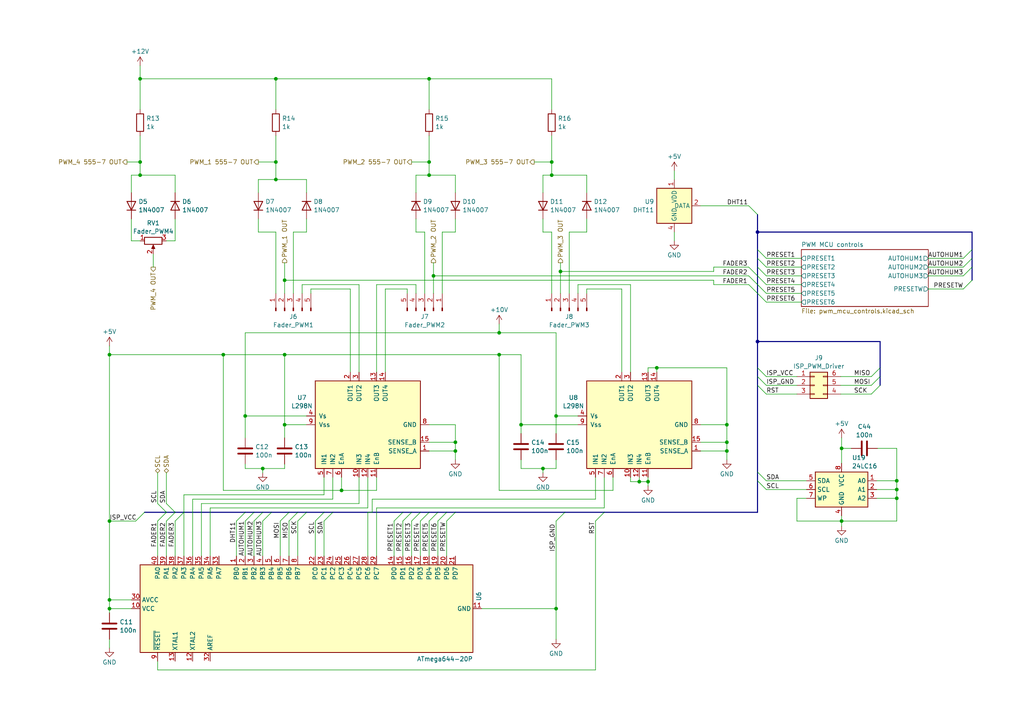
<source format=kicad_sch>
(kicad_sch (version 20231120) (generator "eeschema") (generator_version "8.0")
  (paper "A4")
  (title_block (title "Astrobox") (date "2024-04-13") (rev "2"))
  (lib_symbols
    (symbol "Connector:Conn_01x05_Pin" (pin_names (offset 1.016) hide)
      (property "Reference" "J" (at 0 7.62 0))
      (property "Value" "Conn_01x05_Pin" (at 0 -7.62 0))
      (symbol "Conn_01x05_Pin_1_1"
        (polyline (pts (xy 1.27 -5.08) (xy 0.8636 -5.08)) (stroke (width 0.1524)))
        (polyline (pts (xy 1.27 -2.54) (xy 0.8636 -2.54)) (stroke (width 0.1524)))
        (polyline (pts (xy 1.27 0) (xy 0.8636 0)) (stroke (width 0.1524)))
        (polyline (pts (xy 1.27 2.54) (xy 0.8636 2.54)) (stroke (width 0.1524)))
        (polyline (pts (xy 1.27 5.08) (xy 0.8636 5.08)) (stroke (width 0.1524)))
        (rectangle (start 0.8636 -4.953) (end 0 -5.207) (stroke (width 0.1524)) (fill (type outline)))
        (rectangle (start 0.8636 -2.413) (end 0 -2.667) (stroke (width 0.1524)) (fill (type outline)))
        (rectangle (start 0.8636 0.127) (end 0 -0.127) (stroke (width 0.1524)) (fill (type outline)))
        (rectangle (start 0.8636 2.667) (end 0 2.413) (stroke (width 0.1524)) (fill (type outline)))
        (rectangle (start 0.8636 5.207) (end 0 4.953) (stroke (width 0.1524)) (fill (type outline)))
        (pin passive line (at 5.08 5.08 180) (length 3.81) (name "Pin_1") (number "1"))
        (pin passive line (at 5.08 2.54 180) (length 3.81) (name "Pin_2") (number "2"))
        (pin passive line (at 5.08 0 180) (length 3.81) (name "Pin_3") (number "3"))
        (pin passive line (at 5.08 -2.54 180) (length 3.81) (name "Pin_4") (number "4"))
        (pin passive line (at 5.08 -5.08 180) (length 3.81) (name "Pin_5") (number "5"))
      )
    )
    (symbol "Connector_Generic:Conn_02x03_Counter_Clockwise" (pin_names (offset 1.016) hide)
      (property "Reference" "J" (at 1.27 5.08 0))
      (property "Value" "Conn_02x03_Counter_Clockwise" (at 1.27 -5.08 0))
      (symbol "Conn_02x03_Counter_Clockwise_1_1"
        (rectangle (start -1.27 -2.413) (end 0 -2.667) (stroke (width 0.1524)))
        (rectangle (start -1.27 0.127) (end 0 -0.127) (stroke (width 0.1524)))
        (rectangle (start -1.27 2.667) (end 0 2.413) (stroke (width 0.1524)))
        (rectangle (start -1.27 3.81) (end 3.81 -3.81) (stroke (width 0.254)) (fill (type background)))
        (rectangle (start 3.81 -2.413) (end 2.54 -2.667) (stroke (width 0.1524)))
        (rectangle (start 3.81 0.127) (end 2.54 -0.127) (stroke (width 0.1524)))
        (rectangle (start 3.81 2.667) (end 2.54 2.413) (stroke (width 0.1524)))
        (pin passive line (at -5.08 2.54 0) (length 3.81) (name "Pin_1") (number "1"))
        (pin passive line (at -5.08 0 0) (length 3.81) (name "Pin_2") (number "2"))
        (pin passive line (at -5.08 -2.54 0) (length 3.81) (name "Pin_3") (number "3"))
        (pin passive line (at 7.62 -2.54 180) (length 3.81) (name "Pin_4") (number "4"))
        (pin passive line (at 7.62 0 180) (length 3.81) (name "Pin_5") (number "5"))
        (pin passive line (at 7.62 2.54 180) (length 3.81) (name "Pin_6") (number "6"))
      )
    )
    (symbol "Device:C" (pin_numbers hide) (pin_names (offset 0.254))
      (property "Reference" "C" (at 0.635 2.54 0))
      (property "Value" "C" (at 0.635 -2.54 0))
      (symbol "C_0_1"
        (polyline (pts (xy -2.032 -0.762) (xy 2.032 -0.762)) (stroke (width 0.508)))
        (polyline (pts (xy -2.032 0.762) (xy 2.032 0.762)) (stroke (width 0.508)))
      )
      (symbol "C_1_1"
        (pin passive line (at 0 3.81 270) (length 2.794) (name "~") (number "1"))
        (pin passive line (at 0 -3.81 90) (length 2.794) (name "~") (number "2"))
      )
    )
    (symbol "Device:R" (pin_numbers hide) (pin_names (offset 0))
      (property "Reference" "R" (at 2.032 0 90))
      (property "Value" "R" (at 0 0 90))
      (symbol "R_0_1"
        (rectangle (start -1.016 -2.54) (end 1.016 2.54) (stroke (width 0.254)))
      )
      (symbol "R_1_1"
        (pin passive line (at 0 3.81 270) (length 1.27) (name "~") (number "1"))
        (pin passive line (at 0 -3.81 90) (length 1.27) (name "~") (number "2"))
      )
    )
    (symbol "Device:R_Potentiometer" (pin_names (offset 1.016) hide)
      (property "Reference" "RV" (at -4.445 0 90))
      (property "Value" "R_Potentiometer" (at -2.54 0 90))
      (symbol "R_Potentiometer_0_1"
        (polyline (pts (xy 2.54 0) (xy 1.524 0)))
        (polyline (pts (xy 1.143 0) (xy 2.286 0.508) (xy 2.286 -0.508) (xy 1.143 0)) (fill (type outline)))
        (rectangle (start 1.016 2.54) (end -1.016 -2.54) (stroke (width 0.254)))
      )
      (symbol "R_Potentiometer_1_1"
        (pin passive line (at 0 3.81 270) (length 1.27) (name "1") (number "1"))
        (pin passive line (at 3.81 0 180) (length 1.27) (name "2") (number "2"))
        (pin passive line (at 0 -3.81 90) (length 1.27) (name "3") (number "3"))
      )
    )
    (symbol "Diode:1N4007" (pin_numbers hide) (pin_names hide)
      (property "Reference" "D" (at 0 2.54 0))
      (property "Value" "1N4007" (at 0 -2.54 0))
      (symbol "1N4007_0_1"
        (polyline (pts (xy -1.27 1.27) (xy -1.27 -1.27)) (stroke (width 0.254)))
        (polyline (pts (xy 1.27 0) (xy -1.27 0)))
        (polyline (pts (xy 1.27 1.27) (xy 1.27 -1.27) (xy -1.27 0) (xy 1.27 1.27)) (stroke (width 0.254)))
      )
      (symbol "1N4007_1_1"
        (pin passive line (at -3.81 0 0) (length 2.54) (name "K") (number "1"))
        (pin passive line (at 3.81 0 180) (length 2.54) (name "A") (number "2"))
      )
    )
    (symbol "Driver_Motor:L298N" (pin_names (offset 1.016))
      (property "Reference" "U" (at -10.16 16.51 0))
      (property "Value" "L298N" (at 12.7 16.51 0))
      (symbol "L298N_0_1"
        (rectangle (start -12.7 15.24) (end 12.7 -15.24) (stroke (width 0.254)) (fill (type background)))
      )
      (symbol "L298N_1_1"
        (pin power_in line (at -7.62 -17.78 90) (length 2.54) (name "SENSE_A") (number "1"))
        (pin input line (at -15.24 2.54 0) (length 2.54) (name "IN3") (number "10"))
        (pin input line (at -15.24 -2.54 0) (length 2.54) (name "EnB") (number "11"))
        (pin input line (at -15.24 0 0) (length 2.54) (name "IN4") (number "12"))
        (pin output line (at 15.24 -2.54 180) (length 2.54) (name "OUT3") (number "13"))
        (pin output line (at 15.24 -5.08 180) (length 2.54) (name "OUT4") (number "14"))
        (pin power_in line (at -5.08 -17.78 90) (length 2.54) (name "SENSE_B") (number "15"))
        (pin output line (at 15.24 5.08 180) (length 2.54) (name "OUT1") (number "2"))
        (pin output line (at 15.24 2.54 180) (length 2.54) (name "OUT2") (number "3"))
        (pin power_in line (at 2.54 17.78 270) (length 2.54) (name "Vs") (number "4"))
        (pin input line (at -15.24 12.7 0) (length 2.54) (name "IN1") (number "5"))
        (pin input line (at -15.24 7.62 0) (length 2.54) (name "EnA") (number "6"))
        (pin input line (at -15.24 10.16 0) (length 2.54) (name "IN2") (number "7"))
        (pin power_in line (at 0 -17.78 90) (length 2.54) (name "GND") (number "8"))
        (pin power_in line (at 0 17.78 270) (length 2.54) (name "Vss") (number "9"))
      )
    )
    (symbol "MCU_Microchip_ATmega:ATmega644-20P"
      (property "Reference" "U" (at -12.7 49.53 0))
      (property "Value" "ATmega644-20P" (at 2.54 -49.53 0))
      (symbol "ATmega644-20P_0_1"
        (rectangle (start -12.7 -48.26) (end 12.7 48.26) (stroke (width 0.254)) (fill (type background)))
      )
      (symbol "ATmega644-20P_1_1"
        (pin bidirectional line (at 15.24 20.32 180) (length 2.54) (name "PB0") (number "1"))
        (pin power_in line (at 0 50.8 270) (length 2.54) (name "VCC") (number "10"))
        (pin power_in line (at 0 -50.8 90) (length 2.54) (name "GND") (number "11"))
        (pin output line (at -15.24 33.02 0) (length 2.54) (name "XTAL2") (number "12"))
        (pin input line (at -15.24 38.1 0) (length 2.54) (name "XTAL1") (number "13"))
        (pin bidirectional line (at 15.24 -25.4 180) (length 2.54) (name "PD0") (number "14"))
        (pin bidirectional line (at 15.24 -27.94 180) (length 2.54) (name "PD1") (number "15"))
        (pin bidirectional line (at 15.24 -30.48 180) (length 2.54) (name "PD2") (number "16"))
        (pin bidirectional line (at 15.24 -33.02 180) (length 2.54) (name "PD3") (number "17"))
        (pin bidirectional line (at 15.24 -35.56 180) (length 2.54) (name "PD4") (number "18"))
        (pin bidirectional line (at 15.24 -38.1 180) (length 2.54) (name "PD5") (number "19"))
        (pin bidirectional line (at 15.24 17.78 180) (length 2.54) (name "PB1") (number "2"))
        (pin bidirectional line (at 15.24 -40.64 180) (length 2.54) (name "PD6") (number "20"))
        (pin bidirectional line (at 15.24 -43.18 180) (length 2.54) (name "PD7") (number "21"))
        (pin bidirectional line (at 15.24 -2.54 180) (length 2.54) (name "PC0") (number "22"))
        (pin bidirectional line (at 15.24 -5.08 180) (length 2.54) (name "PC1") (number "23"))
        (pin bidirectional line (at 15.24 -7.62 180) (length 2.54) (name "PC2") (number "24"))
        (pin bidirectional line (at 15.24 -10.16 180) (length 2.54) (name "PC3") (number "25"))
        (pin bidirectional line (at 15.24 -12.7 180) (length 2.54) (name "PC4") (number "26"))
        (pin bidirectional line (at 15.24 -15.24 180) (length 2.54) (name "PC5") (number "27"))
        (pin bidirectional line (at 15.24 -17.78 180) (length 2.54) (name "PC6") (number "28"))
        (pin bidirectional line (at 15.24 -20.32 180) (length 2.54) (name "PC7") (number "29"))
        (pin bidirectional line (at 15.24 15.24 180) (length 2.54) (name "PB2") (number "3"))
        (pin power_in line (at 2.54 50.8 270) (length 2.54) (name "AVCC") (number "30"))
        (pin passive line (at 0 -50.8 90) (length 2.54) hide (name "GND") (number "31"))
        (pin passive line (at -15.24 27.94 0) (length 2.54) (name "AREF") (number "32"))
        (pin bidirectional line (at 15.24 25.4 180) (length 2.54) (name "PA7") (number "33"))
        (pin bidirectional line (at 15.24 27.94 180) (length 2.54) (name "PA6") (number "34"))
        (pin bidirectional line (at 15.24 30.48 180) (length 2.54) (name "PA5") (number "35"))
        (pin bidirectional line (at 15.24 33.02 180) (length 2.54) (name "PA4") (number "36"))
        (pin bidirectional line (at 15.24 35.56 180) (length 2.54) (name "PA3") (number "37"))
        (pin bidirectional line (at 15.24 38.1 180) (length 2.54) (name "PA2") (number "38"))
        (pin bidirectional line (at 15.24 40.64 180) (length 2.54) (name "PA1") (number "39"))
        (pin bidirectional line (at 15.24 12.7 180) (length 2.54) (name "PB3") (number "4"))
        (pin bidirectional line (at 15.24 43.18 180) (length 2.54) (name "PA0") (number "40"))
        (pin bidirectional line (at 15.24 10.16 180) (length 2.54) (name "PB4") (number "5"))
        (pin bidirectional line (at 15.24 7.62 180) (length 2.54) (name "PB5") (number "6"))
        (pin bidirectional line (at 15.24 5.08 180) (length 2.54) (name "PB6") (number "7"))
        (pin bidirectional line (at 15.24 2.54 180) (length 2.54) (name "PB7") (number "8"))
        (pin input line (at -15.24 43.18 0) (length 2.54) (name "~{RESET}") (number "9"))
      )
    )
    (symbol "Memory_EEPROM:24LC16"
      (property "Reference" "U" (at -6.35 6.35 0))
      (property "Value" "24LC16" (at 1.27 6.35 0))
      (symbol "24LC16_1_1"
        (rectangle (start -7.62 5.08) (end 7.62 -5.08) (stroke (width 0.254)) (fill (type background)))
        (pin input line (at -10.16 2.54 0) (length 2.54) (name "A0") (number "1"))
        (pin input line (at -10.16 0 0) (length 2.54) (name "A1") (number "2"))
        (pin input line (at -10.16 -2.54 0) (length 2.54) (name "A2") (number "3"))
        (pin power_in line (at 0 -7.62 90) (length 2.54) (name "GND") (number "4"))
        (pin bidirectional line (at 10.16 2.54 180) (length 2.54) (name "SDA") (number "5"))
        (pin input line (at 10.16 0 180) (length 2.54) (name "SCL") (number "6"))
        (pin input line (at 10.16 -2.54 180) (length 2.54) (name "WP") (number "7"))
        (pin power_in line (at 0 7.62 270) (length 2.54) (name "VCC") (number "8"))
      )
    )
    (symbol "Sensor:DHT11"
      (property "Reference" "U" (at -3.81 6.35 0))
      (property "Value" "DHT11" (at 3.81 6.35 0))
      (symbol "DHT11_0_1"
        (rectangle (start -5.08 5.08) (end 5.08 -5.08) (stroke (width 0.254)) (fill (type background)))
      )
      (symbol "DHT11_1_1"
        (pin power_in line (at 0 7.62 270) (length 2.54) (name "VDD") (number "1"))
        (pin bidirectional line (at 7.62 0 180) (length 2.54) (name "DATA") (number "2"))
        (pin no_connect line (at -5.08 0 0) (length 2.54) hide (name "NC") (number "3"))
        (pin power_in line (at 0 -7.62 90) (length 2.54) (name "GND") (number "4"))
      )
    )
    (symbol "power:+10V" (power) (pin_names (offset 0))
      (property "Value" "+10V" (at 0 3.556 0))
      (symbol "+10V_0_1"
        (polyline (pts (xy -0.762 1.27) (xy 0 2.54)))
        (polyline (pts (xy 0 0) (xy 0 2.54)))
        (polyline (pts (xy 0 2.54) (xy 0.762 1.27)))
      )
      (symbol "+10V_1_1"
        (pin power_in line (at 0 0 90) (length 0) hide (name "+10V") (number "1"))
      )
    )
    (symbol "power:+12V" (power) (pin_names (offset 0))
      (property "Value" "+12V" (at 0 3.556 0))
      (symbol "+12V_0_1"
        (polyline (pts (xy -0.762 1.27) (xy 0 2.54)))
        (polyline (pts (xy 0 0) (xy 0 2.54)))
        (polyline (pts (xy 0 2.54) (xy 0.762 1.27)))
      )
      (symbol "+12V_1_1"
        (pin power_in line (at 0 0 90) (length 0) hide (name "+12V") (number "1"))
      )
    )
    (symbol "power:+5V" (power) (pin_names (offset 0))
      (property "Value" "+5V" (at 0 3.556 0))
      (symbol "+5V_0_1"
        (polyline (pts (xy -0.762 1.27) (xy 0 2.54)))
        (polyline (pts (xy 0 0) (xy 0 2.54)))
        (polyline (pts (xy 0 2.54) (xy 0.762 1.27)))
      )
      (symbol "+5V_1_1"
        (pin power_in line (at 0 0 90) (length 0) hide (name "+5V") (number "1"))
      )
    )
    (symbol "power:GND" (power) (pin_names (offset 0))
      (property "Value" "GND" (at 0 -3.81 0))
      (symbol "GND_0_1"
        (polyline (pts (xy 0 0) (xy 0 -1.27) (xy 1.27 -1.27) (xy 0 -2.54) (xy -1.27 -1.27) (xy 0 -1.27)))
      )
      (symbol "GND_1_1"
        (pin power_in line (at 0 0 270) (length 0) hide (name "GND") (number "1"))
      )
    )
  )
  (junction (at 210.82 130.81))
  (junction (at 82.55 102.87))
  (junction (at 31.75 173.99))
  (junction (at 144.78 96.52))
  (junction (at 244.094 151.13))
  (junction (at 80.01 46.99))
  (junction (at 162.56 78.74))
  (junction (at 210.82 128.27))
  (junction (at 132.08 128.27))
  (junction (at 219.71 99.06))
  (junction (at 185.42 139.7))
  (junction (at 64.77 102.87))
  (junction (at 187.96 139.7))
  (junction (at 151.13 123.19))
  (junction (at 219.71 67.31))
  (junction (at 40.64 50.8))
  (junction (at 80.01 52.07))
  (junction (at 40.64 22.86))
  (junction (at 31.75 102.87))
  (junction (at 82.55 81.28))
  (junction (at 157.48 135.89))
  (junction (at 71.12 120.65))
  (junction (at 161.29 120.65))
  (junction (at 80.01 22.86))
  (junction (at 260.096 141.986))
  (junction (at 144.78 102.87))
  (junction (at 124.46 22.86))
  (junction (at 244.094 130.048))
  (junction (at 99.06 142.24))
  (junction (at 132.08 130.81))
  (junction (at 190.5 106.68))
  (junction (at 260.096 139.446))
  (junction (at 124.46 46.99))
  (junction (at 31.75 176.53))
  (junction (at 40.64 46.99))
  (junction (at 210.82 123.19))
  (junction (at 161.29 176.53))
  (junction (at 160.02 50.8))
  (junction (at 76.2 135.89))
  (junction (at 124.46 50.8))
  (junction (at 82.55 123.19))
  (junction (at 31.75 151.13))
  (junction (at 260.096 144.526))
  (junction (at 125.73 80.01))
  (junction (at 160.02 46.99))
  (no_connect (at -46.99 125.73))
  (bus_entry (at 281.94 72.39) (size -2.54 2.54))
  (bus_entry (at 124.46 151.13) (size 2.54 -2.54))
  (bus_entry (at 219.71 62.23) (size -2.54 -2.54))
  (bus_entry (at 116.84 151.13) (size 2.54 -2.54))
  (bus_entry (at 219.71 72.39) (size 2.54 2.54))
  (bus_entry (at 219.71 82.55) (size -2.54 -2.54))
  (bus_entry (at 45.72 151.13) (size 2.54 -2.54))
  (bus_entry (at 219.71 136.906) (size 2.54 2.54))
  (bus_entry (at 48.26 151.13) (size 2.54 -2.54))
  (bus_entry (at 219.71 77.47) (size 2.54 2.54))
  (bus_entry (at 252.73 109.22) (size 2.54 -2.54))
  (bus_entry (at 281.94 77.47) (size -2.54 2.54))
  (bus_entry (at 39.37 151.13) (size 2.54 -2.54))
  (bus_entry (at 219.71 80.01) (size -2.54 -2.54))
  (bus_entry (at 281.94 81.28) (size -2.54 2.54))
  (bus_entry (at 45.72 146.05) (size 2.54 2.54))
  (bus_entry (at 68.58 151.13) (size 2.54 -2.54))
  (bus_entry (at 219.71 82.55) (size 2.54 2.54))
  (bus_entry (at 219.71 85.09) (size -2.54 -2.54))
  (bus_entry (at 281.94 74.93) (size -2.54 2.54))
  (bus_entry (at 129.54 151.13) (size 2.54 -2.54))
  (bus_entry (at 83.82 151.13) (size 2.54 -2.54))
  (bus_entry (at 119.38 151.13) (size 2.54 -2.54))
  (bus_entry (at 91.44 151.13) (size 2.54 -2.54))
  (bus_entry (at 219.71 111.76) (size 2.54 2.54))
  (bus_entry (at 219.71 109.22) (size 2.54 2.54))
  (bus_entry (at 252.73 111.76) (size 2.54 -2.54))
  (bus_entry (at 219.71 106.68) (size 2.54 2.54))
  (bus_entry (at 121.92 151.13) (size 2.54 -2.54))
  (bus_entry (at 219.71 85.09) (size 2.54 2.54))
  (bus_entry (at 252.73 114.3) (size 2.54 -2.54))
  (bus_entry (at 114.3 151.13) (size 2.54 -2.54))
  (bus_entry (at 219.71 80.01) (size 2.54 2.54))
  (bus_entry (at 76.2 151.13) (size 2.54 -2.54))
  (bus_entry (at 172.72 151.13) (size 2.54 -2.54))
  (bus_entry (at 219.71 139.446) (size 2.54 2.54))
  (bus_entry (at 73.66 151.13) (size 2.54 -2.54))
  (bus_entry (at 71.12 151.13) (size 2.54 -2.54))
  (bus_entry (at 50.8 151.13) (size 2.54 -2.54))
  (bus_entry (at 93.98 151.13) (size 2.54 -2.54))
  (bus_entry (at 81.28 151.13) (size 2.54 -2.54))
  (bus_entry (at 161.29 151.13) (size 2.54 -2.54))
  (bus_entry (at 48.26 146.05) (size 2.54 2.54))
  (bus_entry (at 127 151.13) (size 2.54 -2.54))
  (bus_entry (at 219.71 74.93) (size 2.54 2.54))
  (bus_entry (at 86.36 151.13) (size 2.54 -2.54))
  (bus (pts (xy 219.71 77.47) (xy 219.71 80.01)))
  (wire (pts (xy 31.75 151.13) (xy 31.75 173.99)))
  (wire (pts (xy 210.82 123.19) (xy 210.82 128.27)))
  (wire (pts (xy 172.72 151.13) (xy 172.72 194.31)))
  (wire (pts (xy 40.64 19.05) (xy 40.64 22.86)))
  (wire (pts (xy 165.1 67.31) (xy 170.18 67.31)))
  (wire (pts (xy 82.55 102.87) (xy 144.78 102.87)))
  (wire (pts (xy 195.58 67.31) (xy 195.58 69.85)))
  (bus (pts (xy 219.71 99.06) (xy 219.71 106.68)))
  (wire (pts (xy 82.55 123.19) (xy 82.55 127)))
  (wire (pts (xy 40.64 22.86) (xy 80.01 22.86)))
  (wire (pts (xy 82.55 76.2) (xy 82.55 81.28)))
  (wire (pts (xy 243.84 114.3) (xy 252.73 114.3)))
  (wire (pts (xy 36.83 46.99) (xy 40.64 46.99)))
  (wire (pts (xy 64.77 102.87) (xy 82.55 102.87)))
  (wire (pts (xy 38.1 63.5) (xy 38.1 69.85)))
  (wire (pts (xy 74.93 63.5) (xy 74.93 67.31)))
  (wire (pts (xy 187.96 138.43) (xy 187.96 139.7)))
  (wire (pts (xy 124.46 128.27) (xy 132.08 128.27)))
  (wire (pts (xy 124.46 39.37) (xy 124.46 46.99)))
  (wire (pts (xy 182.88 139.7) (xy 185.42 139.7)))
  (wire (pts (xy 83.82 151.13) (xy 83.82 161.29)))
  (wire (pts (xy 109.22 147.32) (xy 175.26 147.32)))
  (wire (pts (xy 121.92 151.13) (xy 121.92 161.29)))
  (wire (pts (xy 260.096 139.446) (xy 260.096 141.986)))
  (wire (pts (xy 124.46 151.13) (xy 124.46 161.29)))
  (wire (pts (xy 165.1 67.31) (xy 165.1 85.09)))
  (wire (pts (xy 71.12 135.89) (xy 76.2 135.89)))
  (wire (pts (xy 82.55 81.28) (xy 207.01 81.28)))
  (wire (pts (xy 99.06 138.43) (xy 99.06 142.24)))
  (wire (pts (xy 71.12 134.62) (xy 71.12 135.89)))
  (wire (pts (xy 132.08 128.27) (xy 132.08 130.81)))
  (wire (pts (xy 76.2 135.89) (xy 82.55 135.89)))
  (wire (pts (xy 40.64 46.99) (xy 40.64 39.37)))
  (wire (pts (xy 80.01 67.31) (xy 80.01 85.09)))
  (wire (pts (xy 243.84 109.22) (xy 252.73 109.22)))
  (bus (pts (xy 116.84 148.59) (xy 119.38 148.59)))
  (wire (pts (xy 124.46 22.86) (xy 160.02 22.86)))
  (wire (pts (xy 38.1 176.53) (xy 31.75 176.53)))
  (wire (pts (xy 157.48 50.8) (xy 160.02 50.8)))
  (wire (pts (xy 244.094 151.13) (xy 231.14 151.13)))
  (wire (pts (xy 144.78 96.52) (xy 161.29 96.52)))
  (wire (pts (xy 118.11 85.09) (xy 118.11 83.82)))
  (wire (pts (xy 161.29 176.53) (xy 161.29 185.42)))
  (bus (pts (xy 255.27 99.06) (xy 255.27 106.68)))
  (wire (pts (xy 244.094 130.048) (xy 246.888 130.048)))
  (bus (pts (xy 219.71 80.01) (xy 219.71 82.55)))
  (wire (pts (xy 80.01 39.37) (xy 80.01 46.99)))
  (bus (pts (xy 281.94 77.47) (xy 281.94 74.93)))
  (wire (pts (xy 82.55 102.87) (xy 82.55 123.19)))
  (wire (pts (xy 111.76 83.82) (xy 118.11 83.82)))
  (wire (pts (xy 207.01 81.28) (xy 207.01 82.55)))
  (wire (pts (xy 80.01 46.99) (xy 80.01 52.07)))
  (wire (pts (xy 114.3 151.13) (xy 114.3 161.29)))
  (wire (pts (xy 203.2 123.19) (xy 210.82 123.19)))
  (wire (pts (xy 132.08 50.8) (xy 132.08 55.88)))
  (wire (pts (xy 151.13 102.87) (xy 151.13 123.19)))
  (wire (pts (xy 85.09 67.31) (xy 88.9 67.31)))
  (wire (pts (xy 151.13 135.89) (xy 157.48 135.89)))
  (wire (pts (xy 123.19 67.31) (xy 120.65 67.31)))
  (bus (pts (xy 48.26 148.59) (xy 50.8 148.59)))
  (wire (pts (xy 86.36 151.13) (xy 86.36 161.29)))
  (wire (pts (xy 222.25 85.09) (xy 232.41 85.09)))
  (wire (pts (xy 73.66 151.13) (xy 73.66 161.29)))
  (wire (pts (xy 210.82 128.27) (xy 210.82 130.81)))
  (wire (pts (xy 80.01 46.99) (xy 74.93 46.99)))
  (wire (pts (xy 76.2 151.13) (xy 76.2 161.29)))
  (bus (pts (xy 73.66 148.59) (xy 76.2 148.59)))
  (wire (pts (xy 128.27 67.31) (xy 132.08 67.31)))
  (wire (pts (xy 144.78 102.87) (xy 151.13 102.87)))
  (wire (pts (xy 170.18 50.8) (xy 170.18 55.88)))
  (wire (pts (xy 124.46 50.8) (xy 132.08 50.8)))
  (bus (pts (xy 219.71 74.93) (xy 219.71 77.47)))
  (wire (pts (xy 154.94 46.99) (xy 160.02 46.99)))
  (wire (pts (xy 222.25 74.93) (xy 232.41 74.93)))
  (wire (pts (xy 40.64 46.99) (xy 40.64 50.8)))
  (wire (pts (xy 45.72 146.05) (xy 45.72 137.16)))
  (bus (pts (xy 281.94 74.93) (xy 281.94 72.39)))
  (bus (pts (xy 219.71 139.446) (xy 219.71 148.59)))
  (wire (pts (xy 139.7 176.53) (xy 161.29 176.53)))
  (wire (pts (xy 106.68 161.29) (xy 106.68 148.59)))
  (wire (pts (xy 101.6 83.82) (xy 101.6 107.95)))
  (wire (pts (xy 207.01 82.55) (xy 217.17 82.55)))
  (wire (pts (xy 87.63 82.55) (xy 104.14 82.55)))
  (wire (pts (xy 190.5 107.95) (xy 190.5 106.68)))
  (wire (pts (xy 129.54 151.13) (xy 129.54 161.29)))
  (wire (pts (xy 120.65 55.88) (xy 120.65 50.8)))
  (wire (pts (xy 182.88 138.43) (xy 182.88 139.7)))
  (wire (pts (xy 88.9 52.07) (xy 80.01 52.07)))
  (bus (pts (xy 124.46 148.59) (xy 127 148.59)))
  (wire (pts (xy 167.64 85.09) (xy 167.64 82.55)))
  (wire (pts (xy 207.01 77.47) (xy 207.01 78.74)))
  (wire (pts (xy 162.56 78.74) (xy 207.01 78.74)))
  (wire (pts (xy 60.96 161.29) (xy 60.96 147.32)))
  (wire (pts (xy 160.02 46.99) (xy 160.02 39.37)))
  (wire (pts (xy 45.72 151.13) (xy 45.72 161.29)))
  (bus (pts (xy 53.34 148.59) (xy 71.12 148.59)))
  (wire (pts (xy 71.12 96.52) (xy 71.12 120.65)))
  (wire (pts (xy 31.75 151.13) (xy 39.37 151.13)))
  (wire (pts (xy 172.72 144.78) (xy 172.72 138.43)))
  (wire (pts (xy 38.1 69.85) (xy 40.64 69.85)))
  (wire (pts (xy 195.58 49.53) (xy 195.58 52.07)))
  (wire (pts (xy 170.18 83.82) (xy 180.34 83.82)))
  (wire (pts (xy 222.25 139.446) (xy 233.934 139.446)))
  (wire (pts (xy 244.094 134.366) (xy 244.094 130.048)))
  (wire (pts (xy 231.14 151.13) (xy 231.14 144.526)))
  (wire (pts (xy 99.06 142.24) (xy 64.77 142.24)))
  (bus (pts (xy 255.27 109.22) (xy 255.27 111.76)))
  (wire (pts (xy 244.094 151.13) (xy 244.094 152.654)))
  (wire (pts (xy 31.75 176.53) (xy 31.75 177.8)))
  (bus (pts (xy 219.71 111.76) (xy 219.71 136.906)))
  (wire (pts (xy 109.22 142.24) (xy 109.22 138.43)))
  (bus (pts (xy 50.8 148.59) (xy 53.34 148.59)))
  (wire (pts (xy 40.64 50.8) (xy 50.8 50.8)))
  (bus (pts (xy 219.71 82.55) (xy 219.71 85.09)))
  (wire (pts (xy 31.75 176.53) (xy 31.75 173.99)))
  (bus (pts (xy 71.12 148.59) (xy 73.66 148.59)))
  (wire (pts (xy 260.096 141.986) (xy 260.096 144.526)))
  (wire (pts (xy 279.4 80.01) (xy 269.24 80.01)))
  (wire (pts (xy 127 151.13) (xy 127 161.29)))
  (wire (pts (xy 71.12 151.13) (xy 71.12 161.29)))
  (wire (pts (xy 222.25 141.986) (xy 233.934 141.986)))
  (wire (pts (xy 157.48 55.88) (xy 157.48 50.8)))
  (bus (pts (xy 281.94 67.31) (xy 219.71 67.31)))
  (wire (pts (xy 82.55 135.89) (xy 82.55 134.62)))
  (wire (pts (xy 31.75 100.33) (xy 31.75 102.87)))
  (wire (pts (xy 31.75 173.99) (xy 38.1 173.99)))
  (wire (pts (xy 124.46 22.86) (xy 124.46 31.75)))
  (wire (pts (xy 31.75 151.13) (xy 31.75 102.87)))
  (wire (pts (xy 244.094 149.606) (xy 244.094 151.13)))
  (bus (pts (xy 119.38 148.59) (xy 121.92 148.59)))
  (wire (pts (xy 177.8 138.43) (xy 177.8 142.24)))
  (wire (pts (xy 222.25 77.47) (xy 232.41 77.47)))
  (wire (pts (xy 106.68 138.43) (xy 106.68 147.32)))
  (wire (pts (xy 124.46 46.99) (xy 119.38 46.99)))
  (wire (pts (xy 71.12 96.52) (xy 144.78 96.52)))
  (wire (pts (xy 279.4 77.47) (xy 269.24 77.47)))
  (wire (pts (xy 44.45 73.66) (xy 44.45 77.47)))
  (wire (pts (xy 55.88 144.78) (xy 55.88 161.29)))
  (wire (pts (xy 55.88 144.78) (xy 96.52 144.78)))
  (wire (pts (xy 244.094 127) (xy 244.094 130.048)))
  (wire (pts (xy 104.14 107.95) (xy 104.14 82.55)))
  (bus (pts (xy 129.54 148.59) (xy 132.08 148.59)))
  (wire (pts (xy 160.02 67.31) (xy 157.48 67.31)))
  (wire (pts (xy 162.56 76.2) (xy 162.56 78.74)))
  (wire (pts (xy 53.34 161.29) (xy 53.34 148.59)))
  (wire (pts (xy 76.2 135.89) (xy 76.2 137.16)))
  (wire (pts (xy 48.26 151.13) (xy 48.26 161.29)))
  (wire (pts (xy 111.76 107.95) (xy 111.76 83.82)))
  (bus (pts (xy 127 148.59) (xy 129.54 148.59)))
  (bus (pts (xy 219.71 72.39) (xy 219.71 74.93)))
  (wire (pts (xy 74.93 67.31) (xy 80.01 67.31)))
  (wire (pts (xy 31.75 185.42) (xy 31.75 187.96)))
  (bus (pts (xy 163.83 148.59) (xy 175.26 148.59)))
  (wire (pts (xy 93.98 143.51) (xy 93.98 138.43)))
  (wire (pts (xy 161.29 151.13) (xy 161.29 176.53)))
  (wire (pts (xy 120.65 85.09) (xy 120.65 82.55)))
  (wire (pts (xy 124.46 130.81) (xy 132.08 130.81)))
  (wire (pts (xy 88.9 67.31) (xy 88.9 63.5)))
  (wire (pts (xy 151.13 123.19) (xy 167.64 123.19)))
  (wire (pts (xy 124.46 123.19) (xy 132.08 123.19)))
  (bus (pts (xy 219.71 85.09) (xy 219.71 99.06)))
  (wire (pts (xy 128.27 67.31) (xy 128.27 85.09)))
  (wire (pts (xy 203.2 59.69) (xy 217.17 59.69)))
  (bus (pts (xy 93.98 148.59) (xy 96.52 148.59)))
  (wire (pts (xy 80.01 22.86) (xy 80.01 31.75)))
  (wire (pts (xy 120.65 50.8) (xy 124.46 50.8)))
  (wire (pts (xy 74.93 55.88) (xy 74.93 52.07)))
  (wire (pts (xy 185.42 139.7) (xy 187.96 139.7)))
  (wire (pts (xy 120.65 67.31) (xy 120.65 63.5)))
  (bus (pts (xy 78.74 148.59) (xy 83.82 148.59)))
  (wire (pts (xy 187.96 107.95) (xy 187.96 106.68)))
  (bus (pts (xy 76.2 148.59) (xy 78.74 148.59)))
  (wire (pts (xy 125.73 76.2) (xy 125.73 80.01)))
  (wire (pts (xy 161.29 96.52) (xy 161.29 120.65)))
  (wire (pts (xy 50.8 50.8) (xy 50.8 55.88)))
  (wire (pts (xy 210.82 106.68) (xy 210.82 123.19)))
  (wire (pts (xy 116.84 151.13) (xy 116.84 161.29)))
  (wire (pts (xy 260.096 130.048) (xy 260.096 139.446)))
  (bus (pts (xy 86.36 148.59) (xy 88.9 148.59)))
  (wire (pts (xy 53.34 148.59) (xy 53.34 143.51)))
  (wire (pts (xy 203.2 128.27) (xy 210.82 128.27)))
  (bus (pts (xy 121.92 148.59) (xy 124.46 148.59)))
  (wire (pts (xy 106.68 148.59) (xy 107.95 148.59)))
  (wire (pts (xy 243.84 111.76) (xy 252.73 111.76)))
  (bus (pts (xy 219.71 109.22) (xy 219.71 111.76)))
  (wire (pts (xy 45.72 191.77) (xy 45.72 194.31)))
  (wire (pts (xy 48.26 146.05) (xy 48.26 137.16)))
  (wire (pts (xy 185.42 138.43) (xy 185.42 139.7)))
  (wire (pts (xy 74.93 52.07) (xy 80.01 52.07)))
  (wire (pts (xy 279.4 83.82) (xy 269.24 83.82)))
  (bus (pts (xy 219.71 106.68) (xy 219.71 109.22)))
  (wire (pts (xy 144.78 93.98) (xy 144.78 96.52)))
  (wire (pts (xy 187.96 106.68) (xy 190.5 106.68)))
  (wire (pts (xy 71.12 120.65) (xy 88.9 120.65)))
  (wire (pts (xy 254.508 130.048) (xy 260.096 130.048)))
  (wire (pts (xy 50.8 69.85) (xy 50.8 63.5)))
  (wire (pts (xy 177.8 142.24) (xy 144.78 142.24)))
  (wire (pts (xy 82.55 81.28) (xy 82.55 85.09)))
  (wire (pts (xy 144.78 142.24) (xy 144.78 102.87)))
  (wire (pts (xy 231.14 111.76) (xy 222.25 111.76)))
  (wire (pts (xy 170.18 67.31) (xy 170.18 63.5)))
  (wire (pts (xy 38.1 50.8) (xy 40.64 50.8)))
  (wire (pts (xy 48.26 69.85) (xy 50.8 69.85)))
  (wire (pts (xy 88.9 55.88) (xy 88.9 52.07)))
  (bus (pts (xy 281.94 81.28) (xy 281.94 77.47)))
  (wire (pts (xy 91.44 151.13) (xy 91.44 161.29)))
  (wire (pts (xy 31.75 102.87) (xy 64.77 102.87)))
  (wire (pts (xy 93.98 151.13) (xy 93.98 161.29)))
  (wire (pts (xy 109.22 107.95) (xy 109.22 82.55)))
  (wire (pts (xy 125.73 80.01) (xy 217.17 80.01)))
  (wire (pts (xy 109.22 161.29) (xy 109.22 147.32)))
  (wire (pts (xy 125.73 80.01) (xy 125.73 85.09)))
  (wire (pts (xy 157.48 135.89) (xy 157.48 137.16)))
  (wire (pts (xy 222.25 82.55) (xy 232.41 82.55)))
  (wire (pts (xy 132.08 130.81) (xy 132.08 133.35)))
  (wire (pts (xy 107.95 144.78) (xy 172.72 144.78)))
  (wire (pts (xy 190.5 106.68) (xy 210.82 106.68)))
  (wire (pts (xy 210.82 130.81) (xy 210.82 133.35)))
  (wire (pts (xy 161.29 135.89) (xy 161.29 133.35)))
  (bus (pts (xy 255.27 106.68) (xy 255.27 109.22)))
  (wire (pts (xy 161.29 120.65) (xy 167.64 120.65)))
  (wire (pts (xy 50.8 151.13) (xy 50.8 161.29)))
  (wire (pts (xy 132.08 123.19) (xy 132.08 128.27)))
  (wire (pts (xy 157.48 67.31) (xy 157.48 63.5)))
  (wire (pts (xy 96.52 144.78) (xy 96.52 138.43)))
  (wire (pts (xy 244.094 151.13) (xy 260.096 151.13)))
  (wire (pts (xy 260.096 144.526) (xy 260.096 151.13)))
  (wire (pts (xy 254.254 141.986) (xy 260.096 141.986)))
  (bus (pts (xy 219.71 62.23) (xy 219.71 67.31)))
  (wire (pts (xy 45.72 194.31) (xy 172.72 194.31)))
  (wire (pts (xy 85.09 67.31) (xy 85.09 85.09)))
  (wire (pts (xy 64.77 142.24) (xy 64.77 102.87)))
  (wire (pts (xy 60.96 147.32) (xy 106.68 147.32)))
  (wire (pts (xy 53.34 143.51) (xy 93.98 143.51)))
  (wire (pts (xy 160.02 31.75) (xy 160.02 22.86)))
  (wire (pts (xy 38.1 55.88) (xy 38.1 50.8)))
  (bus (pts (xy 96.52 148.59) (xy 116.84 148.59)))
  (bus (pts (xy 219.71 99.06) (xy 255.27 99.06)))
  (bus (pts (xy 41.91 148.59) (xy 48.26 148.59)))
  (wire (pts (xy 231.14 144.526) (xy 233.934 144.526)))
  (wire (pts (xy 99.06 142.24) (xy 109.22 142.24)))
  (wire (pts (xy 182.88 107.95) (xy 182.88 82.55)))
  (wire (pts (xy 175.26 147.32) (xy 175.26 138.43)))
  (wire (pts (xy 80.01 22.86) (xy 124.46 22.86)))
  (wire (pts (xy 107.95 148.59) (xy 107.95 144.78)))
  (wire (pts (xy 167.64 82.55) (xy 182.88 82.55)))
  (wire (pts (xy 160.02 67.31) (xy 160.02 85.09)))
  (wire (pts (xy 71.12 120.65) (xy 71.12 127)))
  (wire (pts (xy 187.96 139.7) (xy 187.96 140.97)))
  (wire (pts (xy 151.13 123.19) (xy 151.13 125.73)))
  (bus (pts (xy 219.71 136.906) (xy 219.71 139.446)))
  (wire (pts (xy 58.42 146.05) (xy 104.14 146.05)))
  (wire (pts (xy 81.28 151.13) (xy 81.28 161.29)))
  (wire (pts (xy 132.08 67.31) (xy 132.08 63.5)))
  (wire (pts (xy 222.25 80.01) (xy 232.41 80.01)))
  (bus (pts (xy 88.9 148.59) (xy 93.98 148.59)))
  (wire (pts (xy 40.64 22.86) (xy 40.64 31.75)))
  (wire (pts (xy 87.63 82.55) (xy 87.63 85.09)))
  (wire (pts (xy 160.02 46.99) (xy 160.02 50.8)))
  (wire (pts (xy 170.18 85.09) (xy 170.18 83.82)))
  (wire (pts (xy 254.254 144.526) (xy 260.096 144.526)))
  (wire (pts (xy 119.38 151.13) (xy 119.38 161.29)))
  (wire (pts (xy 203.2 130.81) (xy 210.82 130.81)))
  (wire (pts (xy 231.14 114.3) (xy 222.25 114.3)))
  (wire (pts (xy 124.46 46.99) (xy 124.46 50.8)))
  (wire (pts (xy 123.19 67.31) (xy 123.19 85.09)))
  (wire (pts (xy 68.58 151.13) (xy 68.58 161.29)))
  (wire (pts (xy 180.34 107.95) (xy 180.34 83.82)))
  (wire (pts (xy 82.55 123.19) (xy 88.9 123.19)))
  (wire (pts (xy 157.48 135.89) (xy 161.29 135.89)))
  (wire (pts (xy 90.17 85.09) (xy 90.17 83.82)))
  (bus (pts (xy 132.08 148.59) (xy 163.83 148.59)))
  (wire (pts (xy 160.02 50.8) (xy 170.18 50.8)))
  (wire (pts (xy 279.4 74.93) (xy 269.24 74.93)))
  (bus (pts (xy 83.82 148.59) (xy 86.36 148.59)))
  (wire (pts (xy 104.14 146.05) (xy 104.14 138.43)))
  (bus (pts (xy 219.71 67.31) (xy 219.71 72.39)))
  (wire (pts (xy 222.25 87.63) (xy 232.41 87.63)))
  (wire (pts (xy 231.14 109.22) (xy 222.25 109.22)))
  (wire (pts (xy 254.254 139.446) (xy 260.096 139.446)))
  (wire (pts (xy 90.17 83.82) (xy 101.6 83.82)))
  (bus (pts (xy 281.94 72.39) (xy 281.94 67.31)))
  (wire (pts (xy 161.29 120.65) (xy 161.29 125.73)))
  (wire (pts (xy 109.22 82.55) (xy 120.65 82.55)))
  (bus (pts (xy 175.26 148.59) (xy 219.71 148.59)))
  (wire (pts (xy 217.17 77.47) (xy 207.01 77.47)))
  (wire (pts (xy 58.42 161.29) (xy 58.42 146.05)))
  (wire (pts (xy 162.56 78.74) (xy 162.56 85.09)))
  (wire (pts (xy 151.13 133.35) (xy 151.13 135.89)))
  (label "ISP_VCC" (at 222.25 109.22 0))
  (label "PRESET5" (at 222.25 85.09 0))
  (label "FADER1" (at 209.55 82.55 0))
  (label "PRESETW" (at 279.4 83.82 180))
  (label "RST" (at 172.72 154.94 90))
  (label "SCL" (at 45.72 142.24 270))
  (label "SDA" (at 93.98 154.94 90))
  (label "FADER1" (at 45.72 158.75 90))
  (label "SCL" (at 222.25 141.986 0))
  (label "AUTOHUM3" (at 76.2 161.29 90))
  (label "MOSI" (at 247.65 111.76 0))
  (label "MISO" (at 83.82 156.21 90))
  (label "SDA" (at 222.25 139.446 0))
  (label "PRESET6" (at 127 160.02 90))
  (label "MOSI" (at 81.28 156.21 90))
  (label "FADER3" (at 209.55 77.47 0))
  (label "ISP_GND" (at 161.29 160.02 90))
  (label "SCK" (at 86.36 154.94 90))
  (label "ISP_GND" (at 222.25 111.76 0))
  (label "FADER2" (at 48.26 158.75 90))
  (label "FADER3" (at 50.8 158.75 90))
  (label "FADER2" (at 209.55 80.01 0))
  (label "SCL" (at 91.44 154.94 90))
  (label "ISP_VCC" (at 31.75 151.13 0))
  (label "PRESET1" (at 114.3 160.02 90))
  (label "PRESET4" (at 222.25 82.55 0))
  (label "AUTOHUM1" (at 279.4 74.93 180))
  (label "AUTOHUM2" (at 279.4 77.47 180))
  (label "AUTOHUM2" (at 73.66 161.29 90))
  (label "DHT11" (at 68.58 157.48 90))
  (label "PRESET3" (at 222.25 80.01 0))
  (label "MISO" (at 247.65 109.22 0))
  (label "AUTOHUM3" (at 279.4 80.01 180))
  (label "SDA" (at 48.26 142.24 270))
  (label "PRESET1" (at 222.25 74.93 0))
  (label "PRESET6" (at 222.25 87.63 0))
  (label "PRESET2" (at 116.84 160.02 90))
  (label "AUTOHUM1" (at 71.12 161.29 90))
  (label "DHT11" (at 210.82 59.69 0))
  (label "PRESET4" (at 121.92 160.02 90))
  (label "RST" (at 222.25 114.3 0))
  (label "PRESET3" (at 119.38 160.02 90))
  (label "PRESETW" (at 129.54 160.02 90))
  (label "SCK" (at 247.65 114.3 0))
  (label "PRESET5" (at 124.46 160.02 90))
  (label "PRESET2" (at 222.25 77.47 0))
  (hierarchical_label "PWM_4 OUT" (shape output) (at 44.45 77.47 270))
  (hierarchical_label "PWM_4 555-7 OUT" (shape output) (at 36.83 46.99 180))
  (hierarchical_label "PWM_2 555-7 OUT" (shape output) (at 119.38 46.99 180))
  (hierarchical_label "SDA" (shape bidirectional) (at 48.26 137.16 90))
  (hierarchical_label "SCL" (shape bidirectional) (at 45.72 137.16 90))
  (hierarchical_label "PWM_1 555-7 OUT" (shape output) (at 74.93 46.99 180))
  (hierarchical_label "PWM_3 OUT" (shape output) (at 162.56 76.2 90))
  (hierarchical_label "PWM_2 OUT" (shape output) (at 125.73 76.2 90))
  (hierarchical_label "PWM_1 OUT" (shape output) (at 82.55 76.2 90))
  (hierarchical_label "PWM_3 555-7 OUT" (shape output) (at 154.94 46.99 180))
  (symbol (lib_id "Device:C") (at 71.12 130.81 0) (unit 1)
    (property "Reference" "C12" (at 74.041 129.5979 0) (effects (justify left)))
    (property "Value" "100n" (at 74.041 132.0221 0) (effects (justify left)))
    (property "Footprint" "Capacitor_SMD:C_1206_3216Metric_Pad1.33x1.80mm_HandSolder" (effects (hide yes)))
  )
  (symbol (lib_id "Device:R") (at 40.64 35.56 0) (unit 1)
    (property "Reference" "R13" (at 42.418 34.3479 0) (effects (justify left)))
    (property "Value" "1k" (at 42.418 36.7721 0) (effects (justify left)))
    (property "Footprint" "Resistor_SMD:R_1206_3216Metric_Pad1.30x1.75mm_HandSolder" (effects (hide yes)))
  )
  (symbol (lib_id "Memory_EEPROM:24LC16") (at 244.094 141.986 0) (mirror y) (unit 1)
    (property "Reference" "U19" (at 247.1105 132.7615 0) (effects (justify right)))
    (property "Value" "24LC16" (at 247.1105 135.1858 0) (effects (justify right)))
    (property "Footprint" "Package_DIP:DIP-8_W7.62mm" (effects (hide yes)))
    (property "Datasheet" "http://ww1.microchip.com/downloads/en/DeviceDoc/21703d.pdf" (effects (hide yes)))
    (property "Description" "I2C Serial EEPROM, 16Kb, DIP-8/SOIC-8/TSSOP-8/DFN-8" (effects (hide yes)))
  )
  (symbol (lib_id "power:GND") (at 132.08 133.35 0) (unit 1)
    (property "Reference" "#PWR035" (effects (hide yes)))
    (property "Value" "GND" (at 132.08 137.4831 0))
  )
  (symbol (lib_id "power:+5V") (at 244.094 127 0) (unit 1)
    (property "Reference" "#PWR0108" (effects (hide yes)))
    (property "Value" "+5V" (at 244.094 122.8669 0))
  )
  (symbol (lib_id "Diode:1N4007") (at 88.9 59.69 270) (unit 1)
    (property "Reference" "D8" (at 90.932 58.4779 90) (effects (justify left)))
    (property "Value" "1N4007" (at 90.932 60.9021 90) (effects (justify left)))
    (property "Footprint" "Diode_SMD:D_SMA_Handsoldering" (effects (hide yes)))
    (property "Datasheet" "http://www.vishay.com/docs/88503/1n4001.pdf" (effects (hide yes)))
    (property "Sim.Device" "D" (effects (hide yes)))
    (property "Sim.Pins" "1=K 2=A" (effects (hide yes)))
  )
  (symbol (lib_id "Driver_Motor:L298N") (at 106.68 123.19 90) (unit 1)
    (property "Reference" "U7" (at 87.5733 115.3276 90))
    (property "Value" "L298N" (at 87.5733 117.7518 90))
    (property "Footprint" "Package_TO_SOT_THT:TO-220-15_P2.54x2.54mm_StaggerOdd_Lead4.58mm_Vertical" (effects (hide yes)))
    (property "Datasheet" "http://www.st.com/st-web-ui/static/active/en/resource/technical/document/datasheet/CD00000240.pdf" (effects (hide yes)))
  )
  (symbol (lib_id "power:GND") (at 210.82 133.35 0) (unit 1)
    (property "Reference" "#PWR042" (effects (hide yes)))
    (property "Value" "GND" (at 210.82 137.4831 0))
  )
  (symbol (lib_id "power:+5V") (at 31.75 100.33 0) (unit 1)
    (property "Reference" "#PWR031" (effects (hide yes)))
    (property "Value" "+5V" (at 31.75 96.1969 0))
  )
  (symbol (lib_id "MCU_Microchip_ATmega:ATmega644-20P") (at 88.9 176.53 90) (unit 1)
    (property "Reference" "U6" (at 138.8801 174.3359 0) (effects (justify left)))
    (property "Value" "ATmega644-20P" (at 137.16 191.135 90) (effects (justify left)))
    (property "Footprint" "Package_DIP:DIP-40_W15.24mm" (effects (hide yes)))
    (property "Datasheet" "http://ww1.microchip.com/downloads/en/DeviceDoc/doc2593.pdf" (effects (hide yes)))
  )
  (symbol (lib_id "Device:C") (at 151.13 129.54 0) (unit 1)
    (property "Reference" "C14" (at 154.051 128.3279 0) (effects (justify left)))
    (property "Value" "100n" (at 154.051 130.7521 0) (effects (justify left)))
    (property "Footprint" "Capacitor_SMD:C_1206_3216Metric_Pad1.33x1.80mm_HandSolder" (effects (hide yes)))
  )
  (symbol (lib_id "Device:C") (at 250.698 130.048 90) (unit 1)
    (property "Reference" "C44" (at 250.698 123.7445 90))
    (property "Value" "100n" (at 250.698 126.1688 90))
    (property "Footprint" "Capacitor_SMD:C_1206_3216Metric_Pad1.33x1.80mm_HandSolder" (effects (hide yes)))
    (property "Description" "Unpolarized capacitor" (effects (hide yes)))
  )
  (symbol (lib_id "Device:R") (at 160.02 35.56 0) (unit 1)
    (property "Reference" "R16" (at 161.798 34.3479 0) (effects (justify left)))
    (property "Value" "1k" (at 161.798 36.7721 0) (effects (justify left)))
    (property "Footprint" "Resistor_SMD:R_1206_3216Metric_Pad1.30x1.75mm_HandSolder" (effects (hide yes)))
  )
  (symbol (lib_id "Diode:1N4007") (at 157.48 59.69 90) (unit 1)
    (property "Reference" "D11" (at 159.512 58.4779 90) (effects (justify right)))
    (property "Value" "1N4007" (at 159.512 60.9021 90) (effects (justify right)))
    (property "Footprint" "Diode_SMD:D_SMA_Handsoldering" (effects (hide yes)))
    (property "Datasheet" "http://www.vishay.com/docs/88503/1n4001.pdf" (effects (hide yes)))
    (property "Sim.Device" "D" (effects (hide yes)))
    (property "Sim.Pins" "1=K 2=A" (effects (hide yes)))
  )
  (symbol (lib_id "Connector:Conn_01x05_Pin") (at 85.09 90.17 90) (unit 1)
    (property "Reference" "J6" (at 85.09 91.8393 90))
    (property "Value" "Fader_PWM1" (at 85.09 94.2635 90))
    (property "Footprint" "Connector_PinHeader_2.54mm:PinHeader_1x05_P2.54mm_Vertical" (effects (hide yes)))
  )
  (symbol (lib_id "Device:R") (at 124.46 35.56 0) (unit 1)
    (property "Reference" "R15" (at 126.238 34.3479 0) (effects (justify left)))
    (property "Value" "1k" (at 126.238 36.7721 0) (effects (justify left)))
    (property "Footprint" "Resistor_SMD:R_1206_3216Metric_Pad1.30x1.75mm_HandSolder" (effects (hide yes)))
  )
  (symbol (lib_id "Driver_Motor:L298N") (at 185.42 123.19 90) (unit 1)
    (property "Reference" "U8" (at 166.3133 115.3276 90))
    (property "Value" "L298N" (at 166.3133 117.7518 90))
    (property "Footprint" "Package_TO_SOT_THT:TO-220-15_P2.54x2.54mm_StaggerOdd_Lead4.58mm_Vertical" (effects (hide yes)))
    (property "Datasheet" "http://www.st.com/st-web-ui/static/active/en/resource/technical/document/datasheet/CD00000240.pdf" (effects (hide yes)))
  )
  (symbol (lib_id "Diode:1N4007") (at 132.08 59.69 90) (unit 1)
    (property "Reference" "D10" (at 134.112 58.4779 90) (effects (justify right)))
    (property "Value" "1N4007" (at 134.112 60.9021 90) (effects (justify right)))
    (property "Footprint" "Diode_SMD:D_SMA_Handsoldering" (effects (hide yes)))
    (property "Datasheet" "http://www.vishay.com/docs/88503/1n4001.pdf" (effects (hide yes)))
    (property "Sim.Device" "D" (effects (hide yes)))
    (property "Sim.Pins" "1=K 2=A" (effects (hide yes)))
  )
  (symbol (lib_id "power:GND") (at 195.58 69.85 0) (unit 1)
    (property "Reference" "#PWR041" (effects (hide yes)))
    (property "Value" "GND" (at 195.58 73.9831 0))
  )
  (symbol (lib_id "power:+5V") (at 195.58 49.53 0) (unit 1)
    (property "Reference" "#PWR040" (effects (hide yes)))
    (property "Value" "+5V" (at 195.58 45.3969 0))
  )
  (symbol (lib_id "Connector_Generic:Conn_02x03_Counter_Clockwise") (at 236.22 111.76 0) (unit 1)
    (property "Reference" "J9" (at 237.49 103.8057 0))
    (property "Value" "ISP_PWM_Driver" (at 237.49 106.2299 0))
    (property "Footprint" "Connector_PinHeader_2.54mm:PinHeader_2x03_P2.54mm_Vertical" (effects (hide yes)))
  )
  (symbol (lib_id "power:GND") (at 187.96 140.97 0) (unit 1)
    (property "Reference" "#PWR039" (effects (hide yes)))
    (property "Value" "GND" (at 187.96 145.1031 0))
  )
  (symbol (lib_id "power:GND") (at 31.75 187.96 0) (unit 1)
    (property "Reference" "#PWR032" (effects (hide yes)))
    (property "Value" "GND" (at 31.75 192.0931 0))
  )
  (symbol (lib_id "Device:C") (at 161.29 129.54 0) (unit 1)
    (property "Reference" "C15" (at 164.211 128.3279 0) (effects (justify left)))
    (property "Value" "100n" (at 164.211 130.7521 0) (effects (justify left)))
    (property "Footprint" "Capacitor_SMD:C_1206_3216Metric_Pad1.33x1.80mm_HandSolder" (effects (hide yes)))
  )
  (symbol (lib_id "Diode:1N4007") (at 170.18 59.69 270) (unit 1)
    (property "Reference" "D12" (at 172.212 58.4779 90) (effects (justify left)))
    (property "Value" "1N4007" (at 172.212 60.9021 90) (effects (justify left)))
    (property "Footprint" "Diode_SMD:D_SMA_Handsoldering" (effects (hide yes)))
    (property "Datasheet" "http://www.vishay.com/docs/88503/1n4001.pdf" (effects (hide yes)))
    (property "Sim.Device" "D" (effects (hide yes)))
    (property "Sim.Pins" "1=K 2=A" (effects (hide yes)))
  )
  (symbol (lib_id "Device:C") (at 82.55 130.81 0) (unit 1)
    (property "Reference" "C13" (at 85.471 129.5979 0) (effects (justify left)))
    (property "Value" "100n" (at 85.471 132.0221 0) (effects (justify left)))
    (property "Footprint" "Capacitor_SMD:C_1206_3216Metric_Pad1.33x1.80mm_HandSolder" (effects (hide yes)))
  )
  (symbol (lib_id "power:GND") (at 157.48 137.16 0) (unit 1)
    (property "Reference" "#PWR037" (effects (hide yes)))
    (property "Value" "GND" (at 157.48 141.2931 0))
  )
  (symbol (lib_id "Device:R") (at 80.01 35.56 0) (unit 1)
    (property "Reference" "R14" (at 81.788 34.3479 0) (effects (justify left)))
    (property "Value" "1k" (at 81.788 36.7721 0) (effects (justify left)))
    (property "Footprint" "Resistor_SMD:R_1206_3216Metric_Pad1.30x1.75mm_HandSolder" (effects (hide yes)))
  )
  (symbol (lib_id "Diode:1N4007") (at 38.1 59.69 90) (unit 1)
    (property "Reference" "D5" (at 40.132 58.4779 90) (effects (justify right)))
    (property "Value" "1N4007" (at 40.132 60.9021 90) (effects (justify right)))
    (property "Footprint" "Diode_SMD:D_SMA_Handsoldering" (effects (hide yes)))
    (property "Datasheet" "http://www.vishay.com/docs/88503/1n4001.pdf" (effects (hide yes)))
    (property "Sim.Device" "D" (effects (hide yes)))
    (property "Sim.Pins" "1=K 2=A" (effects (hide yes)))
  )
  (symbol (lib_id "Diode:1N4007") (at 120.65 59.69 270) (unit 1)
    (property "Reference" "D9" (at 122.682 58.4779 90) (effects (justify left)))
    (property "Value" "1N4007" (at 122.682 60.9021 90) (effects (justify left)))
    (property "Footprint" "Diode_SMD:D_SMA_Handsoldering" (effects (hide yes)))
    (property "Datasheet" "http://www.vishay.com/docs/88503/1n4001.pdf" (effects (hide yes)))
    (property "Sim.Device" "D" (effects (hide yes)))
    (property "Sim.Pins" "1=K 2=A" (effects (hide yes)))
  )
  (symbol (lib_id "power:GND") (at 161.29 185.42 0) (unit 1)
    (property "Reference" "#PWR038" (effects (hide yes)))
    (property "Value" "GND" (at 161.29 189.5531 0))
  )
  (symbol (lib_id "power:GND") (at 76.2 137.16 0) (unit 1)
    (property "Reference" "#PWR034" (effects (hide yes)))
    (property "Value" "GND" (at 76.2 141.2931 0))
  )
  (symbol (lib_id "Connector:Conn_01x05_Pin") (at 123.19 90.17 270) (mirror x) (unit 1)
    (property "Reference" "J7" (at 123.19 91.8393 90))
    (property "Value" "Fader_PWM2" (at 123.19 94.2635 90))
    (property "Footprint" "Connector_PinHeader_2.54mm:PinHeader_1x05_P2.54mm_Vertical" (effects (hide yes)))
  )
  (symbol (lib_id "Diode:1N4007") (at 50.8 59.69 270) (unit 1)
    (property "Reference" "D6" (at 52.832 58.4779 90) (effects (justify left)))
    (property "Value" "1N4007" (at 52.832 60.9021 90) (effects (justify left)))
    (property "Footprint" "Diode_SMD:D_SMA_Handsoldering" (effects (hide yes)))
    (property "Datasheet" "http://www.vishay.com/docs/88503/1n4001.pdf" (effects (hide yes)))
    (property "Sim.Device" "D" (effects (hide yes)))
    (property "Sim.Pins" "1=K 2=A" (effects (hide yes)))
  )
  (symbol (lib_id "power:+10V") (at 144.78 93.98 0) (unit 1)
    (property "Reference" "#PWR036" (effects (hide yes)))
    (property "Value" "+10V" (at 144.78 89.8469 0))
  )
  (symbol (lib_id "power:GND") (at 244.094 152.654 0) (unit 1)
    (property "Reference" "#PWR0106" (effects (hide yes)))
    (property "Value" "GND" (at 244.094 156.7871 0))
  )
  (symbol (lib_id "power:+12V") (at 40.64 19.05 0) (unit 1)
    (property "Reference" "#PWR033" (effects (hide yes)))
    (property "Value" "+12V" (at 40.64 14.9169 0))
  )
  (symbol (lib_id "Connector:Conn_01x05_Pin") (at 165.1 90.17 90) (unit 1)
    (property "Reference" "J8" (at 165.1 91.8393 90))
    (property "Value" "Fader_PWM3" (at 165.1 94.2635 90))
    (property "Footprint" "Connector_PinHeader_2.54mm:PinHeader_1x05_P2.54mm_Vertical" (effects (hide yes)))
  )
  (symbol (lib_id "Diode:1N4007") (at 74.93 59.69 90) (unit 1)
    (property "Reference" "D7" (at 76.962 58.4779 90) (effects (justify right)))
    (property "Value" "1N4007" (at 76.962 60.9021 90) (effects (justify right)))
    (property "Footprint" "Diode_SMD:D_SMA_Handsoldering" (effects (hide yes)))
    (property "Datasheet" "http://www.vishay.com/docs/88503/1n4001.pdf" (effects (hide yes)))
    (property "Sim.Device" "D" (effects (hide yes)))
    (property "Sim.Pins" "1=K 2=A" (effects (hide yes)))
  )
  (symbol (lib_id "Sensor:DHT11") (at 195.58 59.69 0) (unit 1)
    (property "Reference" "U9" (at 189.7381 58.4779 0) (effects (justify right)))
    (property "Value" "DHT11" (at 189.7381 60.9021 0) (effects (justify right)))
    (property "Footprint" "Connector_PinHeader_2.54mm:PinHeader_1x04_P2.54mm_Vertical" (effects (hide yes)))
    (property "Datasheet" "http://akizukidenshi.com/download/ds/aosong/DHT11.pdf" (effects (hide yes)))
  )
  (symbol (lib_id "Device:C") (at 31.75 181.61 0) (unit 1)
    (property "Reference" "C11" (at 34.671 180.3979 0) (effects (justify left)))
    (property "Value" "100n" (at 34.671 182.8221 0) (effects (justify left)))
    (property "Footprint" "Capacitor_SMD:C_1206_3216Metric_Pad1.33x1.80mm_HandSolder" (effects (hide yes)))
  )
  (symbol (lib_id "Device:R_Potentiometer") (at 44.45 69.85 90) (mirror x) (unit 1)
    (property "Reference" "RV1" (at 44.45 64.6897 90))
    (property "Value" "Fader_PWM4" (at 44.45 67.1139 90))
    (property "Footprint" "Connector_PinHeader_2.54mm:PinHeader_1x03_P2.54mm_Vertical" (effects (hide yes)))
  )
  (sheet (at 232.41 72.39) (size 36.83 16.51) (stroke (width 0.1524))
    (property "Sheetname" "PWM MCU controls" (at 232.41 71.6784 0) (effects (justify left bottom)))
    (property "Sheetfile" "pwm_mcu_controls.kicad_sch" (at 232.41 89.4846 0) (effects (justify left top)))
    (pin "AUTOHUM2" output (at 269.24 77.47 0))
    (pin "PRESET3" output (at 232.41 80.01 180))
    (pin "PRESET4" output (at 232.41 82.55 180))
    (pin "PRESET1" output (at 232.41 74.93 180))
    (pin "AUTOHUM1" output (at 269.24 74.93 0))
    (pin "PRESET2" output (at 232.41 77.47 180))
    (pin "PRESET5" output (at 232.41 85.09 180))
    (pin "AUTOHUM3" output (at 269.24 80.01 0))
    (pin "PRESET6" output (at 232.41 87.63 180))
    (pin "PRESETW" output (at 269.24 83.82 0))
  )
)
</source>
